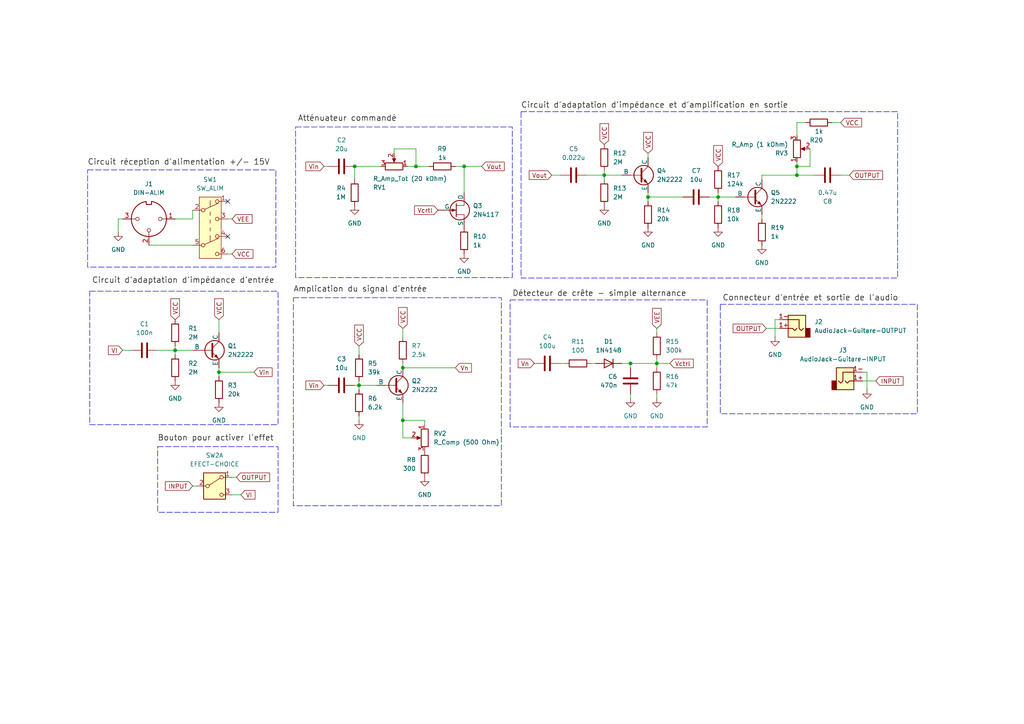
<source format=kicad_sch>
(kicad_sch (version 20250114) (generator "eeschema") (generator_version "9.0")
  (paper "A4")
  (title_block (title "Pédale de Compression de Guitare"))
  (lib_symbols
    (symbol "AudioJack2_1"
      (property "Reference" "J1" (at -0.635 8.89 0))
      (property "Value" "AudioJack-Guitare-INPUT" (at -0.635 6.35 0))
      (symbol "AudioJack2_1_0_1"
        (rectangle (start -3.81 0) (end -2.54 -2.54) (stroke (width 0.254)) (fill (type outline)))
        (rectangle (start -2.54 3.81) (end 2.54 -2.54) (stroke (width 0.254)) (fill (type background)))
        (polyline (pts (xy 0 0) (xy 0.635 -0.635) (xy 1.27 0) (xy 2.54 0)) (stroke (width 0.254)))
        (polyline (pts (xy 2.54 2.54) (xy -0.635 2.54) (xy -0.635 0) (xy -1.27 -0.635) (xy -1.905 0)) (stroke (width 0.254)))
      )
      (symbol "AudioJack2_1_1_1"
        (pin passive line (at 5.08 2.54 180) (length 2.54) (name "~") (number "1-"))
        (pin passive line (at 5.08 0 180) (length 2.54) (name "~") (number "1+"))
      )
    )
    (symbol "Connector:DIN-3" (pin_names (offset 1.016))
      (property "Reference" "J" (at 3.302 6.35 0))
      (property "Value" "DIN-3" (at 0 -6.35 0))
      (symbol "DIN-3_0_1"
        (polyline (pts (xy -3.81 0) (xy -5.08 0)))
        (circle (center -3.302 0) (radius 0.508))
        (polyline (pts (xy -0.762 -4.953) (xy -0.762 -4.191) (xy 0.762 -4.191) (xy 0.762 -4.953)) (stroke (width 0.254)))
        (arc (start 5.08 0) (mid 3.8673 -3.3444) (end 0.762 -5.08) (stroke (width 0.254)))
        (polyline (pts (xy 0 3.81) (xy 0 5.08)))
        (circle (center 0 3.302) (radius 0.508))
        (arc (start -5.08 0) (mid 0 5.0579) (end 5.08 0) (stroke (width 0.254)))
        (arc (start -0.762 -5.08) (mid -3.8597 -3.3379) (end -5.08 0) (stroke (width 0.254)))
        (circle (center 3.302 0) (radius 0.508))
        (polyline (pts (xy 5.08 0) (xy 3.81 0)))
      )
      (symbol "DIN-3_1_1"
        (pin passive line (at -7.62 0 0) (length 2.54) (name "~") (number "1"))
        (pin passive line (at 0 7.62 270) (length 2.54) (name "~") (number "2"))
        (pin passive line (at 7.62 0 180) (length 2.54) (name "~") (number "3"))
      )
    )
    (symbol "Connector_Audio:AudioJack2"
      (property "Reference" "J3" (at -5.08 1.9051 0))
      (property "Value" "AudioJack-Guitare-OUTPUT" (at -5.08 -0.6349 0))
      (symbol "AudioJack2_0_1"
        (rectangle (start -3.81 0) (end -2.54 -2.54) (stroke (width 0.254)) (fill (type outline)))
        (rectangle (start -2.54 3.81) (end 2.54 -2.54) (stroke (width 0.254)) (fill (type background)))
        (polyline (pts (xy 0 0) (xy 0.635 -0.635) (xy 1.27 0) (xy 2.54 0)) (stroke (width 0.254)))
        (polyline (pts (xy 2.54 2.54) (xy -0.635 2.54) (xy -0.635 0) (xy -1.27 -0.635) (xy -1.905 0)) (stroke (width 0.254)))
      )
      (symbol "AudioJack2_1_1"
        (pin passive line (at 5.08 2.54 180) (length 2.54) (name "~") (number "1-"))
        (pin passive line (at 5.08 0 180) (length 2.54) (name "~") (number "1+"))
      )
    )
    (symbol "Device:C" (pin_numbers (hide yes)) (pin_names (offset 0.254))
      (property "Reference" "C" (at 0.635 2.54 0))
      (property "Value" "C" (at 0.635 -2.54 0))
      (symbol "C_0_1"
        (polyline (pts (xy -2.032 0.762) (xy 2.032 0.762)) (stroke (width 0.508)))
        (polyline (pts (xy -2.032 -0.762) (xy 2.032 -0.762)) (stroke (width 0.508)))
      )
      (symbol "C_1_1"
        (pin passive line (at 0 3.81 270) (length 2.794) (name "~") (number "1"))
        (pin passive line (at 0 -3.81 90) (length 2.794) (name "~") (number "2"))
      )
    )
    (symbol "Device:D" (pin_numbers (hide yes)) (pin_names (offset 1.016) (hide yes))
      (property "Reference" "D" (at 0 2.54 0))
      (property "Value" "D" (at 0 -2.54 0))
      (symbol "D_0_1"
        (polyline (pts (xy -1.27 1.27) (xy -1.27 -1.27)) (stroke (width 0.254)))
        (polyline (pts (xy 1.27 1.27) (xy 1.27 -1.27) (xy -1.27 0) (xy 1.27 1.27)) (stroke (width 0.254)))
        (polyline (pts (xy 1.27 0) (xy -1.27 0)))
      )
      (symbol "D_1_1"
        (pin passive line (at -3.81 0 0) (length 2.54) (name "K") (number "1"))
        (pin passive line (at 3.81 0 180) (length 2.54) (name "A") (number "2"))
      )
    )
    (symbol "Device:R" (pin_numbers (hide yes)) (pin_names (offset 0))
      (property "Reference" "R" (at 2.032 0 90))
      (property "Value" "R" (at 0 0 90))
      (symbol "R_0_1"
        (rectangle (start -1.016 -2.54) (end 1.016 2.54) (stroke (width 0.254)))
      )
      (symbol "R_1_1"
        (pin passive line (at 0 3.81 270) (length 1.27) (name "~") (number "1"))
        (pin passive line (at 0 -3.81 90) (length 1.27) (name "~") (number "2"))
      )
    )
    (symbol "Device:R_Potentiometer" (pin_names (offset 1.016) (hide yes))
      (property "Reference" "RV" (at -4.445 0 90))
      (property "Value" "R_Potentiometer" (at -2.54 0 90))
      (symbol "R_Potentiometer_0_1"
        (rectangle (start 1.016 2.54) (end -1.016 -2.54) (stroke (width 0.254)))
        (polyline (pts (xy 1.143 0) (xy 2.286 0.508) (xy 2.286 -0.508) (xy 1.143 0)) (fill (type outline)))
        (polyline (pts (xy 2.54 0) (xy 1.524 0)))
      )
      (symbol "R_Potentiometer_1_1"
        (pin passive line (at 0 3.81 270) (length 1.27) (name "1") (number "1"))
        (pin passive line (at 0 -3.81 90) (length 1.27) (name "3") (number "3"))
        (pin passive line (at 3.81 0 180) (length 1.27) (name "2") (number "2"))
      )
    )
    (symbol "Simulation_SPICE:NJFET" (pin_numbers (hide yes)) (pin_names (offset 0))
      (property "Reference" "Q" (at 5.08 1.27 0))
      (property "Value" "NJFET" (at 5.08 -1.27 0))
      (symbol "NJFET_0_1"
        (polyline (pts (xy 0 0) (xy -1.016 0.381) (xy -1.016 -0.381) (xy 0 0)) (fill (type outline)))
        (polyline (pts (xy 0.254 1.905) (xy 0.254 -1.905) (xy 0.254 -1.905)) (stroke (width 0.254)))
        (circle (center 1.27 0) (radius 2.8194) (stroke (width 0.254)))
        (polyline (pts (xy 2.54 2.54) (xy 2.54 1.397) (xy 0.254 1.397)))
        (polyline (pts (xy 2.54 -2.54) (xy 2.54 -1.27) (xy 0.254 -1.27)))
      )
      (symbol "NJFET_1_1"
        (pin input line (at -5.08 0 0) (length 5.334) (name "G") (number "2"))
        (pin passive line (at 2.54 5.08 270) (length 2.54) (name "D") (number "1"))
        (pin passive line (at 2.54 -5.08 90) (length 2.54) (name "S") (number "3"))
      )
    )
    (symbol "Simulation_SPICE:NPN" (pin_numbers (hide yes)) (pin_names (offset 0))
      (property "Reference" "Q" (at -2.54 7.62 0))
      (property "Value" "NPN" (at -2.54 5.08 0))
      (symbol "NPN_0_1"
        (polyline (pts (xy -2.54 0) (xy 0.635 0)) (stroke (width 0.1524)))
        (polyline (pts (xy 0.635 1.905) (xy 0.635 -1.905) (xy 0.635 -1.905)) (stroke (width 0.508)))
        (polyline (pts (xy 0.635 0.635) (xy 2.54 2.54)))
        (polyline (pts (xy 0.635 -0.635) (xy 2.54 -2.54) (xy 2.54 -2.54)))
        (circle (center 1.27 0) (radius 2.8194) (stroke (width 0.254)))
        (polyline (pts (xy 1.27 -1.778) (xy 1.778 -1.27) (xy 2.286 -2.286) (xy 1.27 -1.778) (xy 1.27 -1.778)) (fill (type outline)))
        (polyline (pts (xy 2.794 -1.27) (xy 2.794 -1.27)) (stroke (width 0.1524)))
        (polyline (pts (xy 2.794 -1.27) (xy 2.794 -1.27)) (stroke (width 0.1524)))
      )
      (symbol "NPN_1_1"
        (pin input line (at -5.08 0 0) (length 2.54) (name "B") (number "2"))
        (pin open_collector line (at 2.54 5.08 270) (length 2.54) (name "C") (number "1"))
        (pin open_emitter line (at 2.54 -5.08 90) (length 2.54) (name "E") (number "3"))
      )
    )
    (symbol "Switch:SW_DPDT_x2" (pin_names (offset 0) (hide yes))
      (property "Reference" "SW" (at 0 5.08 0))
      (property "Value" "SW_DPDT_x2" (at 0 -5.08 0))
      (symbol "SW_DPDT_x2_0_0"
        (circle (center -2.032 0) (radius 0.508))
        (circle (center 2.032 -2.54) (radius 0.508))
      )
      (symbol "SW_DPDT_x2_0_1"
        (rectangle (start -3.175 3.81) (end 3.175 -3.81) (stroke (width 0.254)) (fill (type background)))
        (polyline (pts (xy -1.524 0.254) (xy 1.5748 2.286)))
        (circle (center 2.032 2.54) (radius 0.508))
      )
      (symbol "SW_DPDT_x2_1_1"
        (pin passive line (at -5.08 0 0) (length 2.54) (name "B") (number "2"))
        (pin passive line (at 5.08 2.54 180) (length 2.54) (name "A") (number "1"))
        (pin passive line (at 5.08 -2.54 180) (length 2.54) (name "C") (number "3"))
      )
      (symbol "SW_DPDT_x2_2_1"
        (pin passive line (at -5.08 0 0) (length 2.54) (name "B") (number "5"))
        (pin passive line (at 5.08 2.54 180) (length 2.54) (name "A") (number "4"))
        (pin passive line (at 5.08 -2.54 180) (length 2.54) (name "C") (number "6"))
      )
    )
    (symbol "Switch:SW_Push_DPDT" (pin_names (offset 0) (hide yes))
      (property "Reference" "SW" (at 0 10.16 0))
      (property "Value" "SW_Push_DPDT" (at 0 -10.16 0))
      (symbol "SW_Push_DPDT_0_0"
        (circle (center -2.032 5.08) (radius 0.508))
        (circle (center -2.032 -5.08) (radius 0.508))
        (circle (center 2.032 2.54) (radius 0.508))
        (circle (center 2.032 -7.62) (radius 0.508))
      )
      (symbol "SW_Push_DPDT_0_1"
        (polyline (pts (xy -1.524 5.334) (xy 2.3368 7.0612)))
        (polyline (pts (xy -1.524 -4.826) (xy 2.3368 -3.0988)))
        (polyline (pts (xy 0 7.874) (xy 0 6.096)))
        (polyline (pts (xy 0 3.556) (xy 0 4.572)))
        (polyline (pts (xy 0 1.27) (xy 0 2.286)))
        (polyline (pts (xy 0 -1.016) (xy 0 0)))
        (polyline (pts (xy 0 -2.286) (xy 0 -4.064)))
        (circle (center 2.032 7.62) (radius 0.508))
        (circle (center 2.032 -2.54) (radius 0.508))
      )
      (symbol "SW_Push_DPDT_1_1"
        (rectangle (start -3.175 8.89) (end 3.175 -8.89) (fill (type background)))
        (pin passive line (at -5.08 5.08 0) (length 2.54) (name "B") (number "2"))
        (pin passive line (at -5.08 -5.08 0) (length 2.54) (name "B") (number "5"))
        (pin passive line (at 5.08 7.62 180) (length 2.54) (name "A") (number "1"))
        (pin passive line (at 5.08 2.54 180) (length 2.54) (name "C") (number "3"))
        (pin passive line (at 5.08 -2.54 180) (length 2.54) (name "A") (number "4"))
        (pin passive line (at 5.08 -7.62 180) (length 2.54) (name "C") (number "6"))
      )
    )
    (symbol "power:GND" (power) (pin_numbers (hide yes)) (pin_names (offset 0) (hide yes))
      (property "Value" "GND" (at 0 -3.81 0))
      (symbol "GND_0_1"
        (polyline (pts (xy 0 0) (xy 0 -1.27) (xy 1.27 -1.27) (xy 0 -2.54) (xy -1.27 -1.27) (xy 0 -1.27)))
      )
      (symbol "GND_1_1"
        (pin power_in line (at 0 0 270) (length 0) (name "~") (number "1"))
      )
    )
  )
  (rectangle (start 208.915 88.265) (end 266.065 120.015) (stroke (width 0) (type dash)))
  (rectangle (start 85.09 86.36) (end 145.415 146.685) (stroke (width 0) (type dash)))
  (rectangle (start 85.725 36.83) (end 148.59 80.518) (stroke (width 0) (type dash)))
  (rectangle (start 147.955 86.995) (end 205.105 123.825) (stroke (width 0) (type dash)))
  (rectangle (start 26.035 84.455) (end 80.645 123.19) (stroke (width 0) (type dash)))
  (rectangle (start 45.72 129.54) (end 80.645 148.59) (stroke (width 0) (type dash)))
  (rectangle (start 151.13 32.385) (end 260.35 80.645) (stroke (width 0) (type dash)))
  (rectangle (start 25.4 49.276) (end 80.01 77.47) (stroke (width 0) (type dash)))
  (junction (at 116.84 121.92))
  (junction (at 187.96 57.15))
  (junction (at 231.14 50.8))
  (junction (at 63.5 107.95))
  (junction (at 50.8 101.6))
  (junction (at 104.14 111.76))
  (junction (at 190.5 105.41))
  (junction (at 231.14 48.26))
  (junction (at 182.88 105.41))
  (junction (at 134.62 48.26))
  (junction (at 175.26 50.8))
  (junction (at 120.65 48.26))
  (junction (at 116.84 106.68))
  (junction (at 102.87 48.26))
  (junction (at 208.28 57.15))
  (no_connect (at 66.04 58.42))
  (no_connect (at 66.04 68.58))
  (wire (pts (xy 241.3 35.56) (xy 243.84 35.56)))
  (wire (pts (xy 68.58 138.43) (xy 67.31 138.43)))
  (wire (pts (xy 163.83 105.41) (xy 162.56 105.41)))
  (wire (pts (xy 55.88 63.5) (xy 55.88 60.96)))
  (wire (pts (xy 34.29 63.5) (xy 35.56 63.5)))
  (wire (pts (xy 116.84 116.84) (xy 116.84 121.92)))
  (wire (pts (xy 180.34 105.41) (xy 182.88 105.41)))
  (wire (pts (xy 132.08 48.26) (xy 134.62 48.26)))
  (wire (pts (xy 220.98 50.8) (xy 220.98 52.07)))
  (wire (pts (xy 104.14 111.76) (xy 109.22 111.76)))
  (wire (pts (xy 226.06 92.71) (xy 224.79 92.71)))
  (wire (pts (xy 205.74 57.15) (xy 208.28 57.15)))
  (wire (pts (xy 170.18 50.8) (xy 175.26 50.8)))
  (wire (pts (xy 220.98 50.8) (xy 231.14 50.8)))
  (wire (pts (xy 251.46 113.03) (xy 251.46 107.95)))
  (wire (pts (xy 104.14 120.65) (xy 104.14 121.92)))
  (wire (pts (xy 160.02 50.8) (xy 162.56 50.8)))
  (wire (pts (xy 120.65 43.18) (xy 120.65 48.26)))
  (wire (pts (xy 182.88 105.41) (xy 190.5 105.41)))
  (wire (pts (xy 66.04 63.5) (xy 67.31 63.5)))
  (wire (pts (xy 187.96 57.15) (xy 198.12 57.15)))
  (wire (pts (xy 208.28 57.15) (xy 208.28 58.42)))
  (wire (pts (xy 104.14 111.76) (xy 104.14 110.49)))
  (wire (pts (xy 63.5 107.95) (xy 73.66 107.95)))
  (wire (pts (xy 35.56 101.6) (xy 38.1 101.6)))
  (wire (pts (xy 50.8 101.6) (xy 50.8 102.87)))
  (wire (pts (xy 226.06 95.25) (xy 222.25 95.25)))
  (wire (pts (xy 102.87 111.76) (xy 104.14 111.76)))
  (wire (pts (xy 116.84 105.41) (xy 116.84 106.68)))
  (wire (pts (xy 175.26 50.8) (xy 180.34 50.8)))
  (wire (pts (xy 50.8 101.6) (xy 55.88 101.6)))
  (wire (pts (xy 118.11 48.26) (xy 120.65 48.26)))
  (wire (pts (xy 50.8 63.5) (xy 55.88 63.5)))
  (wire (pts (xy 250.19 107.95) (xy 251.46 107.95)))
  (wire (pts (xy 231.14 50.8) (xy 231.14 48.26)))
  (wire (pts (xy 34.29 67.31) (xy 34.29 63.5)))
  (wire (pts (xy 67.31 73.66) (xy 66.04 73.66)))
  (wire (pts (xy 187.96 58.42) (xy 187.96 57.15)))
  (wire (pts (xy 187.96 44.45) (xy 187.96 45.72)))
  (wire (pts (xy 190.5 104.14) (xy 190.5 105.41)))
  (wire (pts (xy 234.95 48.26) (xy 234.95 43.18)))
  (wire (pts (xy 243.84 50.8) (xy 246.38 50.8)))
  (wire (pts (xy 116.84 95.25) (xy 116.84 97.79)))
  (wire (pts (xy 102.87 52.07) (xy 102.87 48.26)))
  (wire (pts (xy 134.62 48.26) (xy 134.62 55.88)))
  (wire (pts (xy 250.19 110.49) (xy 254 110.49)))
  (wire (pts (xy 116.84 106.68) (xy 132.08 106.68)))
  (wire (pts (xy 69.85 143.51) (xy 67.31 143.51)))
  (wire (pts (xy 63.5 107.95) (xy 63.5 106.68)))
  (wire (pts (xy 190.5 105.41) (xy 190.5 106.68)))
  (wire (pts (xy 104.14 111.76) (xy 104.14 113.03)))
  (wire (pts (xy 208.28 55.88) (xy 208.28 57.15)))
  (wire (pts (xy 190.5 114.3) (xy 190.5 115.57)))
  (wire (pts (xy 175.26 49.53) (xy 175.26 50.8)))
  (wire (pts (xy 182.88 114.3) (xy 182.88 115.57)))
  (wire (pts (xy 114.3 44.45) (xy 114.3 43.18)))
  (wire (pts (xy 220.98 62.23) (xy 220.98 63.5)))
  (wire (pts (xy 187.96 57.15) (xy 187.96 55.88)))
  (wire (pts (xy 116.84 121.92) (xy 123.19 121.92)))
  (wire (pts (xy 104.14 100.33) (xy 104.14 102.87)))
  (wire (pts (xy 231.14 35.56) (xy 231.14 39.37)))
  (wire (pts (xy 231.14 48.26) (xy 234.95 48.26)))
  (wire (pts (xy 45.72 101.6) (xy 50.8 101.6)))
  (wire (pts (xy 208.28 57.15) (xy 213.36 57.15)))
  (wire (pts (xy 102.87 48.26) (xy 110.49 48.26)))
  (wire (pts (xy 231.14 48.26) (xy 231.14 46.99)))
  (wire (pts (xy 123.19 123.19) (xy 123.19 121.92)))
  (wire (pts (xy 116.84 121.92) (xy 116.84 127)))
  (wire (pts (xy 55.88 140.97) (xy 57.15 140.97)))
  (wire (pts (xy 93.98 48.26) (xy 95.25 48.26)))
  (wire (pts (xy 190.5 105.41) (xy 194.31 105.41)))
  (wire (pts (xy 134.62 48.26) (xy 139.7 48.26)))
  (wire (pts (xy 63.5 92.71) (xy 63.5 96.52)))
  (wire (pts (xy 63.5 109.22) (xy 63.5 107.95)))
  (wire (pts (xy 93.98 111.76) (xy 95.25 111.76)))
  (wire (pts (xy 171.45 105.41) (xy 172.72 105.41)))
  (wire (pts (xy 233.68 35.56) (xy 231.14 35.56)))
  (wire (pts (xy 190.5 95.25) (xy 190.5 96.52)))
  (wire (pts (xy 43.18 71.12) (xy 55.88 71.12)))
  (wire (pts (xy 231.14 50.8) (xy 236.22 50.8)))
  (wire (pts (xy 224.79 97.79) (xy 224.79 92.71)))
  (wire (pts (xy 175.26 50.8) (xy 175.26 52.07)))
  (wire (pts (xy 116.84 127) (xy 119.38 127)))
  (wire (pts (xy 182.88 105.41) (xy 182.88 106.68)))
  (wire (pts (xy 120.65 48.26) (xy 124.46 48.26)))
  (wire (pts (xy 50.8 100.33) (xy 50.8 101.6)))
  (wire (pts (xy 114.3 43.18) (xy 120.65 43.18)))
  (label "Amplication du signal d'entrée" (at 85.09 85.09 0) (effects (font (size 1.651 1.651) (thickness 0.1588) (bold yes))))
  (label "Circuit d'adaptation d'impédance et d'amplification en sortie" (at 151.13 31.75 0) (effects (font (size 1.651 1.651) (thickness 0.1588) (bold yes))))
  (label "Connecteur d'entrée et sortie de l'audio" (at 209.55 87.63 0) (effects (font (size 1.651 1.651) (thickness 0.1588) (bold yes))))
  (label "Circuit réception d'alimentation +{slash}- 15V" (at 25.4 48.26 0) (effects (font (size 1.651 1.651) (thickness 0.1588) (bold yes))))
  (label "Atténuateur commandé" (at 86.36 35.56 0) (effects (font (size 1.651 1.651) (thickness 0.1588) (bold yes))))
  (label "Détecteur de crête - simple alternance" (at 148.59 86.36 0) (effects (font (size 1.651 1.651) (thickness 0.1588) (bold yes))))
  (label "Bouton pour activer l'effet" (at 45.72 128.27 0) (effects (font (size 1.651 1.651) (thickness 0.1588) (bold yes))))
  (label "Circuit d’adaptation d’impédance d’entrée" (at 26.67 82.55 0) (effects (font (size 1.651 1.651) (thickness 0.1588) (bold yes))))
  (global_label "VCC" (shape input) (at 175.26 41.91 90) (property "Intersheetrefs" "${INTERSHEET_REFS}" (effects (hide yes))))
  (global_label "Vout" (shape input) (at 139.7 48.26 0) (property "Intersheetrefs" "${INTERSHEET_REFS}" (effects (hide yes))))
  (global_label "Vin" (shape input) (at 93.98 48.26 180) (property "Intersheetrefs" "${INTERSHEET_REFS}" (effects (hide yes))))
  (global_label "INPUT" (shape input) (at 55.88 140.97 180) (property "Intersheetrefs" "${INTERSHEET_REFS}" (effects (hide yes))))
  (global_label "VCC" (shape input) (at 116.84 95.25 90) (property "Intersheetrefs" "${INTERSHEET_REFS}" (effects (hide yes))))
  (global_label "VCC" (shape input) (at 104.14 100.33 90) (property "Intersheetrefs" "${INTERSHEET_REFS}" (effects (hide yes))))
  (global_label "Vcrtl" (shape input) (at 127 60.96 180) (property "Intersheetrefs" "${INTERSHEET_REFS}" (effects (hide yes))))
  (global_label "VEE" (shape input) (at 67.31 63.5 0) (effects (font (thickness 0.1588))) (property "Intersheetrefs" "${INTERSHEET_REFS}" (effects (hide yes))))
  (global_label "VCC" (shape input) (at 208.28 48.26 90) (property "Intersheetrefs" "${INTERSHEET_REFS}" (effects (hide yes))))
  (global_label "Vn" (shape input) (at 132.08 106.68 0) (property "Intersheetrefs" "${INTERSHEET_REFS}" (effects (hide yes))))
  (global_label "OUTPUT" (shape input) (at 222.25 95.25 180) (property "Intersheetrefs" "${INTERSHEET_REFS}" (effects (hide yes))))
  (global_label "VI" (shape input) (at 69.85 143.51 0) (property "Intersheetrefs" "${INTERSHEET_REFS}" (effects (hide yes))))
  (global_label "VI" (shape input) (at 35.56 101.6 180) (property "Intersheetrefs" "${INTERSHEET_REFS}" (effects (hide yes))))
  (global_label "OUTPUT" (shape input) (at 246.38 50.8 0) (property "Intersheetrefs" "${INTERSHEET_REFS}" (effects (hide yes))))
  (global_label "Vin" (shape input) (at 73.66 107.95 0) (property "Intersheetrefs" "${INTERSHEET_REFS}" (effects (hide yes))))
  (global_label "VEE" (shape input) (at 190.5 95.25 90) (property "Intersheetrefs" "${INTERSHEET_REFS}" (effects (hide yes))))
  (global_label "VCC" (shape input) (at 243.84 35.56 0) (property "Intersheetrefs" "${INTERSHEET_REFS}" (effects (hide yes))))
  (global_label "Vout" (shape input) (at 160.02 50.8 180) (property "Intersheetrefs" "${INTERSHEET_REFS}" (effects (hide yes))))
  (global_label "INPUT" (shape input) (at 254 110.49 0) (property "Intersheetrefs" "${INTERSHEET_REFS}" (effects (hide yes))))
  (global_label "Vn" (shape input) (at 154.94 105.41 180) (property "Intersheetrefs" "${INTERSHEET_REFS}" (effects (hide yes))))
  (global_label "VCC" (shape input) (at 50.8 92.71 90) (property "Intersheetrefs" "${INTERSHEET_REFS}" (effects (hide yes))))
  (global_label "VCC" (shape input) (at 63.5 92.71 90) (property "Intersheetrefs" "${INTERSHEET_REFS}" (effects (hide yes))))
  (global_label "VCC" (shape input) (at 67.31 73.66 0) (property "Intersheetrefs" "${INTERSHEET_REFS}" (effects (hide yes))))
  (global_label "Vin" (shape input) (at 93.98 111.76 180) (property "Intersheetrefs" "${INTERSHEET_REFS}" (effects (hide yes))))
  (global_label "Vctrl" (shape input) (at 194.31 105.41 0) (property "Intersheetrefs" "${INTERSHEET_REFS}" (effects (hide yes))))
  (global_label "VCC" (shape input) (at 187.96 44.45 90) (property "Intersheetrefs" "${INTERSHEET_REFS}" (effects (hide yes))))
  (global_label "OUTPUT" (shape input) (at 68.58 138.43 0) (property "Intersheetrefs" "${INTERSHEET_REFS}" (effects (hide yes))))
  (symbol (lib_id "Device:R") (at 175.26 45.72 0) (unit 1)
    (property "Reference" "R12" (at 177.8 44.4499 0) (effects (justify left)))
    (property "Value" "2M" (at 177.8 46.9899 0) (effects (justify left)))
    (property "Footprint" "Resistor_THT:R_Axial_DIN0207_L6.3mm_D2.5mm_P7.62mm_Horizontal" (effects (hide yes)))
    (property "Description" "Resistor" (effects (hide yes)))
  )
  (symbol (lib_id "power:GND") (at 63.5 116.84 0) (unit 1)
    (property "Reference" "#PWR03" (effects (hide yes)))
    (property "Value" "GND" (at 63.5 121.92 0))
    (property "Description" "Power symbol creates a global label with name \"GND\" , ground" (effects (hide yes)))
  )
  (symbol (lib_id "Device:R") (at 208.28 52.07 0) (unit 1)
    (property "Reference" "R17" (at 210.82 50.7999 0) (effects (justify left)))
    (property "Value" "124k" (at 210.82 53.3399 0) (effects (justify left)))
    (property "Footprint" "Resistor_THT:R_Axial_DIN0207_L6.3mm_D2.5mm_P7.62mm_Horizontal" (effects (hide yes)))
    (property "Description" "Resistor" (effects (hide yes)))
  )
  (symbol (lib_id "Device:R") (at 104.14 116.84 0) (unit 1)
    (property "Reference" "R6" (at 106.68 115.5699 0) (effects (justify left)))
    (property "Value" "6.2k" (at 106.68 118.1099 0) (effects (justify left)))
    (property "Footprint" "Resistor_THT:R_Axial_DIN0207_L6.3mm_D2.5mm_P7.62mm_Horizontal" (effects (hide yes)))
    (property "Description" "Resistor" (effects (hide yes)))
  )
  (symbol (lib_id "Device:R") (at 116.84 101.6 0) (unit 1)
    (property "Reference" "R7" (at 119.38 100.3299 0) (effects (justify left)))
    (property "Value" "2.5k" (at 119.38 102.8699 0) (effects (justify left)))
    (property "Footprint" "Resistor_THT:R_Axial_DIN0207_L6.3mm_D2.5mm_P7.62mm_Horizontal" (effects (hide yes)))
    (property "Description" "Resistor" (effects (hide yes)))
  )
  (symbol (lib_id "Device:R") (at 167.64 105.41 90) (unit 1)
    (property "Reference" "R11" (at 167.64 99.06 90))
    (property "Value" "100" (at 167.64 101.6 90))
    (property "Footprint" "Resistor_THT:R_Axial_DIN0207_L6.3mm_D2.5mm_P7.62mm_Horizontal" (effects (hide yes)))
    (property "Description" "Resistor" (effects (hide yes)))
  )
  (symbol (lib_id "Device:R") (at 128.27 48.26 270) (mirror x) (unit 1)
    (property "Reference" "R9" (at 129.54 43.1799 90) (effects (justify right)))
    (property "Value" "1k" (at 129.54 45.7199 90) (effects (justify right)))
    (property "Footprint" "Resistor_THT:R_Axial_DIN0207_L6.3mm_D2.5mm_P7.62mm_Horizontal" (effects (hide yes)))
    (property "Description" "Resistor" (effects (hide yes)))
  )
  (symbol (lib_id "Device:R") (at 187.96 62.23 0) (unit 1)
    (property "Reference" "R14" (at 190.5 60.9599 0) (effects (justify left)))
    (property "Value" "20k" (at 190.5 63.4999 0) (effects (justify left)))
    (property "Footprint" "Resistor_THT:R_Axial_DIN0207_L6.3mm_D2.5mm_P7.62mm_Horizontal" (effects (hide yes)))
    (property "Description" "Resistor" (effects (hide yes)))
  )
  (symbol (lib_id "Device:R") (at 190.5 100.33 0) (unit 1)
    (property "Reference" "R15" (at 193.04 99.0599 0) (effects (justify left)))
    (property "Value" "300k" (at 193.04 101.5999 0) (effects (justify left)))
    (property "Footprint" "Resistor_THT:R_Axial_DIN0207_L6.3mm_D2.5mm_P7.62mm_Horizontal" (effects (hide yes)))
    (property "Description" "Resistor" (effects (hide yes)))
  )
  (symbol (lib_id "Simulation_SPICE:NPN") (at 185.42 50.8 0) (unit 1)
    (property "Reference" "Q4" (at 190.5 49.5299 0) (effects (justify left)))
    (property "Value" "2N2222" (at 190.5 52.0699 0) (effects (justify left)))
    (property "Footprint" "Package_TO_SOT_THT:TO-92_Inline" (effects (hide yes)))
    (property "Datasheet" "https://ngspice.sourceforge.io/docs/ngspice-html-manual/manual.xhtml#cha_BJTs" (effects (hide yes)))
    (property "Description" "Bipolar transistor symbol for simulation only, substrate tied to the emitter" (effects (hide yes)))
    (property "Sim.Device" "NPN" (effects (hide yes)))
    (property "Sim.Type" "GUMMELPOON" (effects (hide yes)))
    (property "Sim.Pins" "1=C 2=B 3=E" (effects (hide yes)))
  )
  (symbol (lib_id "Simulation_SPICE:NJFET") (at 132.08 60.96 0) (unit 1)
    (property "Reference" "Q3" (at 137.16 59.6899 0) (effects (justify left)))
    (property "Value" "2N4117" (at 137.16 62.2299 0) (effects (justify left)))
    (property "Footprint" "Package_TO_SOT_THT:TO-92_Inline" (effects (hide yes)))
    (property "Datasheet" "https://ngspice.sourceforge.io/docs/ngspice-html-manual/manual.xhtml#cha_JFETs" (effects (hide yes)))
    (property "Description" "N-JFET transistor, for simulation only" (effects (hide yes)))
    (property "Sim.Device" "NJFET" (effects (hide yes)))
    (property "Sim.Type" "SHICHMANHODGES" (effects (hide yes)))
    (property "Sim.Pins" "1=D 2=G 3=S" (effects (hide yes)))
  )
  (symbol (lib_id "power:GND") (at 182.88 115.57 0) (unit 1)
    (property "Reference" "#PWR011" (effects (hide yes)))
    (property "Value" "GND" (at 182.88 120.65 0))
    (property "Description" "Power symbol creates a global label with name \"GND\" , ground" (effects (hide yes)))
  )
  (symbol (lib_id "Device:R") (at 237.49 35.56 270) (unit 1)
    (property "Reference" "R20" (at 238.76 40.6401 90) (effects (justify right)))
    (property "Value" "1k" (at 238.76 38.1001 90) (effects (justify right)))
    (property "Footprint" "Resistor_THT:R_Axial_DIN0207_L6.3mm_D2.5mm_P7.62mm_Horizontal" (effects (hide yes)))
    (property "Description" "Resistor" (effects (hide yes)))
  )
  (symbol (lib_id "Device:C") (at 99.06 111.76 90) (unit 1)
    (property "Reference" "C3" (at 99.06 104.14 90))
    (property "Value" "10u" (at 99.06 106.68 90))
    (property "Footprint" "Capacitor_THT:CP_Radial_D6.3mm_P2.50mm" (effects (hide yes)))
    (property "Description" "Unpolarized capacitor" (effects (hide yes)))
  )
  (symbol (lib_id "Simulation_SPICE:NPN") (at 60.96 101.6 0) (unit 1)
    (property "Reference" "Q1" (at 66.04 100.3299 0) (effects (justify left)))
    (property "Value" "2N2222" (at 66.04 102.8699 0) (effects (justify left)))
    (property "Footprint" "Package_TO_SOT_THT:TO-92_Inline" (effects (hide yes)))
    (property "Datasheet" "https://ngspice.sourceforge.io/docs/ngspice-html-manual/manual.xhtml#cha_BJTs" (effects (hide yes)))
    (property "Description" "Bipolar transistor symbol for simulation only, substrate tied to the emitter" (effects (hide yes)))
    (property "Sim.Device" "NPN" (effects (hide yes)))
    (property "Sim.Type" "GUMMELPOON" (effects (hide yes)))
    (property "Sim.Pins" "1=C 2=B 3=E" (effects (hide yes)))
  )
  (symbol (lib_id "Device:C") (at 158.75 105.41 270) (unit 1)
    (property "Reference" "C4" (at 158.75 97.79 90))
    (property "Value" "100u" (at 158.75 100.33 90))
    (property "Footprint" "Capacitor_THT:CP_Radial_D6.3mm_P2.50mm" (effects (hide yes)))
    (property "Description" "Unpolarized capacitor" (effects (hide yes)))
  )
  (symbol (lib_id "power:GND") (at 220.98 71.12 0) (unit 1)
    (property "Reference" "#PWR015" (effects (hide yes)))
    (property "Value" "GND" (at 220.98 76.2 0))
    (property "Description" "Power symbol creates a global label with name \"GND\" , ground" (effects (hide yes)))
  )
  (symbol (lib_id "Device:R") (at 123.19 134.62 0) (mirror y) (unit 1)
    (property "Reference" "R8" (at 120.65 133.3499 0) (effects (justify left)))
    (property "Value" "300" (at 120.65 135.8899 0) (effects (justify left)))
    (property "Footprint" "Resistor_THT:R_Axial_DIN0207_L6.3mm_D2.5mm_P7.62mm_Horizontal" (effects (hide yes)))
    (property "Description" "Resistor" (effects (hide yes)))
  )
  (symbol (lib_id "Device:R") (at 208.28 62.23 0) (unit 1)
    (property "Reference" "R18" (at 210.82 60.9599 0) (effects (justify left)))
    (property "Value" "10k" (at 210.82 63.4999 0) (effects (justify left)))
    (property "Footprint" "Resistor_THT:R_Axial_DIN0207_L6.3mm_D2.5mm_P7.62mm_Horizontal" (effects (hide yes)))
    (property "Description" "Resistor" (effects (hide yes)))
  )
  (symbol (lib_id "power:GND") (at 251.46 113.03 0) (unit 1)
    (property "Reference" "#PWR08" (effects (hide yes)))
    (property "Value" "GND" (at 251.46 118.11 0))
    (property "Description" "Power symbol creates a global label with name \"GND\" , ground" (effects (hide yes)))
  )
  (symbol (lib_id "Device:R") (at 134.62 69.85 0) (unit 1)
    (property "Reference" "R10" (at 137.16 68.5799 0) (effects (justify left)))
    (property "Value" "1k" (at 137.16 71.1199 0) (effects (justify left)))
    (property "Footprint" "Resistor_THT:R_Axial_DIN0207_L6.3mm_D2.5mm_P7.62mm_Horizontal" (effects (hide yes)))
    (property "Description" "Resistor" (effects (hide yes)))
  )
  (symbol (lib_id "Connector:DIN-3") (at 43.18 63.5 180) (unit 1)
    (property "Reference" "J1" (at 43.1799 53.34 0))
    (property "Value" "DIN-ALIM" (at 43.1799 55.88 0))
    (property "Footprint" "TerminalBlock_Phoenix:TerminalBlock_Phoenix_MKDS-1,5-3_1x03_P5.00mm_Horizontal" (effects (hide yes)))
    (property "Datasheet" "http://www.mouser.com/ds/2/18/40_c091_abd_e-75918.pdf" (effects (hide yes)))
    (property "Description" "3-pin DIN connector" (effects (hide yes)))
  )
  (symbol (lib_id "Connector_Audio:AudioJack2") (at 231.14 95.25 0) (mirror y) (unit 1)
    (property "Reference" "J2" (at 236.22 93.3449 0) (effects (justify right)))
    (property "Value" "AudioJack-Guitare-OUTPUT" (at 236.22 95.8849 0) (effects (justify right)))
    (property "Footprint" "Connector_Audio:Jack_speakON-6.35mm_Neutrik_NLJ2MDXX-H_Horizontal" (effects (hide yes)))
    (property "Description" "Audio Jack, 2 Poles (Mono / TS)" (effects (hide yes)))
  )
  (symbol (lib_id "power:GND") (at 187.96 66.04 0) (unit 1)
    (property "Reference" "#PWR012" (effects (hide yes)))
    (property "Value" "GND" (at 187.96 71.12 0))
    (property "Description" "Power symbol creates a global label with name \"GND\" , ground" (effects (hide yes)))
  )
  (symbol (lib_id "power:GND") (at 50.8 110.49 0) (unit 1)
    (property "Reference" "#PWR02" (effects (hide yes)))
    (property "Value" "GND" (at 50.8 115.57 0))
    (property "Description" "Power symbol creates a global label with name \"GND\" , ground" (effects (hide yes)))
  )
  (symbol (lib_id "Device:R") (at 104.14 106.68 0) (unit 1)
    (property "Reference" "R5" (at 106.68 105.4099 0) (effects (justify left)))
    (property "Value" "39k" (at 106.68 107.9499 0) (effects (justify left)))
    (property "Footprint" "Resistor_THT:R_Axial_DIN0207_L6.3mm_D2.5mm_P7.62mm_Horizontal" (effects (hide yes)))
    (property "Description" "Resistor" (effects (hide yes)))
  )
  (symbol (lib_id "Device:R") (at 50.8 96.52 0) (unit 1)
    (property "Reference" "R1" (at 54.61 95.2499 0) (effects (justify left)))
    (property "Value" "2M" (at 54.61 97.7899 0) (effects (justify left)))
    (property "Footprint" "Resistor_THT:R_Axial_DIN0207_L6.3mm_D2.5mm_P7.62mm_Horizontal" (effects (hide yes)))
    (property "Description" "Resistor" (effects (hide yes)))
  )
  (symbol (lib_id "Switch:SW_DPDT_x2") (at 62.23 140.97 0) (unit 1)
    (property "Reference" "SW2" (at 62.23 132.08 0))
    (property "Value" "EFECT-CHOICE" (at 62.23 134.62 0))
    (property "Footprint" "Connector_PinHeader_2.54mm:PinHeader_1x03_P2.54mm_Vertical" (effects (hide yes)))
    (property "Description" "Switch, dual pole double throw, separate symbols" (effects (hide yes)))
  )
  (symbol (lib_id "Device:R") (at 190.5 110.49 0) (unit 1)
    (property "Reference" "R16" (at 193.04 109.2199 0) (effects (justify left)))
    (property "Value" "47k" (at 193.04 111.7599 0) (effects (justify left)))
    (property "Footprint" "Resistor_THT:R_Axial_DIN0207_L6.3mm_D2.5mm_P7.62mm_Horizontal" (effects (hide yes)))
    (property "Description" "Resistor" (effects (hide yes)))
  )
  (symbol (lib_id "Device:R_Potentiometer") (at 114.3 48.26 270) (mirror x) (unit 1)
    (property "Reference" "RV1" (at 108.204 54.356 90) (effects (justify left)))
    (property "Value" "R_Amp_Tot (20 kOhm)" (at 108.204 51.816 90) (effects (justify left)))
    (property "Footprint" "Connector_PinHeader_2.54mm:PinHeader_1x03_P2.54mm_Vertical" (effects (hide yes)))
    (property "Description" "Potentiometer" (effects (hide yes)))
  )
  (symbol (lib_id "Device:C") (at 99.06 48.26 90) (unit 1)
    (property "Reference" "C2" (at 99.06 40.64 90))
    (property "Value" "20u" (at 99.06 43.18 90))
    (property "Footprint" "Capacitor_THT:CP_Radial_D6.3mm_P2.50mm" (effects (hide yes)))
    (property "Description" "Unpolarized capacitor" (effects (hide yes)))
  )
  (symbol (lib_name "AudioJack2_1") (lib_id "Connector_Audio:AudioJack2") (at 245.11 110.49 0) (unit 1)
    (property "Reference" "J3" (at 244.475 101.6 0))
    (property "Value" "AudioJack-Guitare-INPUT" (at 244.475 104.14 0))
    (property "Footprint" "Connector_Audio:Jack_speakON-6.35mm_Neutrik_NLJ2MDXX-H_Horizontal" (effects (hide yes)))
    (property "Description" "Audio Jack, 2 Poles (Mono / TS)" (effects (hide yes)))
  )
  (symbol (lib_id "Device:R_Potentiometer") (at 231.14 43.18 0) (mirror x) (unit 1)
    (property "Reference" "RV3" (at 228.6 44.4501 0) (effects (justify right)))
    (property "Value" "R_Amp (1 kOhm)" (at 228.6 41.9101 0) (effects (justify right)))
    (property "Footprint" "Connector_PinHeader_2.54mm:PinHeader_1x03_P2.54mm_Vertical" (effects (hide yes)))
    (property "Description" "Potentiometer" (effects (hide yes)))
  )
  (symbol (lib_id "Simulation_SPICE:NPN") (at 218.44 57.15 0) (unit 1)
    (property "Reference" "Q5" (at 223.52 55.8799 0) (effects (justify left)))
    (property "Value" "2N2222" (at 223.52 58.4199 0) (effects (justify left)))
    (property "Footprint" "Package_TO_SOT_THT:TO-92_Inline" (effects (hide yes)))
    (property "Datasheet" "https://ngspice.sourceforge.io/docs/ngspice-html-manual/manual.xhtml#cha_BJTs" (effects (hide yes)))
    (property "Description" "Bipolar transistor symbol for simulation only, substrate tied to the emitter" (effects (hide yes)))
    (property "Sim.Device" "NPN" (effects (hide yes)))
    (property "Sim.Type" "GUMMELPOON" (effects (hide yes)))
    (property "Sim.Pins" "1=C 2=B 3=E" (effects (hide yes)))
  )
  (symbol (lib_id "Device:C") (at 182.88 110.49 0) (mirror y) (unit 1)
    (property "Reference" "C6" (at 179.07 109.2199 0) (effects (justify left)))
    (property "Value" "470n" (at 179.07 111.7599 0) (effects (justify left)))
    (property "Footprint" "Capacitor_THT:C_Rect_L7.2mm_W2.5mm_P5.00mm" (effects (hide yes)))
    (property "Description" "Unpolarized capacitor" (effects (hide yes)))
  )
  (symbol (lib_id "Device:D") (at 176.53 105.41 180) (unit 1)
    (property "Reference" "D1" (at 176.53 99.06 0))
    (property "Value" "1N4148" (at 176.53 101.6 0))
    (property "Footprint" "Diode_THT:D_DO-35_SOD27_P7.62mm_Horizontal" (effects (hide yes)))
    (property "Description" "Diode" (effects (hide yes)))
    (property "Sim.Device" "D" (effects (hide yes)))
    (property "Sim.Pins" "1=K 2=A" (effects (hide yes)))
  )
  (symbol (lib_id "Switch:SW_Push_DPDT") (at 60.96 66.04 0) (unit 1)
    (property "Reference" "SW1" (at 60.96 52.07 0))
    (property "Value" "SW_ALIM" (at 60.96 54.61 0))
    (property "Footprint" "Button_Switch_THT:SW_E-Switch_EG1271_SPDT" (effects (hide yes)))
    (property "Description" "Momentary Switch, dual pole double throw" (effects (hide yes)))
  )
  (symbol (lib_id "power:GND") (at 134.62 73.66 0) (unit 1)
    (property "Reference" "#PWR09" (effects (hide yes)))
    (property "Value" "GND" (at 134.62 78.74 0))
    (property "Description" "Power symbol creates a global label with name \"GND\" , ground" (effects (hide yes)))
  )
  (symbol (lib_id "power:GND") (at 123.19 138.43 0) (unit 1)
    (property "Reference" "#PWR07" (effects (hide yes)))
    (property "Value" "GND" (at 123.19 143.51 0))
    (property "Description" "Power symbol creates a global label with name \"GND\" , ground" (effects (hide yes)))
  )
  (symbol (lib_id "Device:R") (at 63.5 113.03 0) (unit 1)
    (property "Reference" "R3" (at 66.04 111.7599 0) (effects (justify left)))
    (property "Value" "20k" (at 66.04 114.2999 0) (effects (justify left)))
    (property "Footprint" "Resistor_THT:R_Axial_DIN0207_L6.3mm_D2.5mm_P7.62mm_Horizontal" (effects (hide yes)))
    (property "Description" "Resistor" (effects (hide yes)))
  )
  (symbol (lib_id "Device:R") (at 175.26 55.88 0) (unit 1)
    (property "Reference" "R13" (at 177.8 54.6099 0) (effects (justify left)))
    (property "Value" "2M" (at 177.8 57.1499 0) (effects (justify left)))
    (property "Footprint" "Resistor_THT:R_Axial_DIN0207_L6.3mm_D2.5mm_P7.62mm_Horizontal" (effects (hide yes)))
    (property "Description" "Resistor" (effects (hide yes)))
  )
  (symbol (lib_id "Device:R") (at 102.87 55.88 0) (mirror y) (unit 1)
    (property "Reference" "R4" (at 100.33 54.6099 0) (effects (justify left)))
    (property "Value" "1M" (at 100.33 57.1499 0) (effects (justify left)))
    (property "Footprint" "Resistor_THT:R_Axial_DIN0207_L6.3mm_D2.5mm_P7.62mm_Horizontal" (effects (hide yes)))
    (property "Description" "Resistor" (effects (hide yes)))
  )
  (symbol (lib_id "power:GND") (at 190.5 115.57 0) (unit 1)
    (property "Reference" "#PWR013" (effects (hide yes)))
    (property "Value" "GND" (at 190.5 120.65 0))
    (property "Description" "Power symbol creates a global label with name \"GND\" , ground" (effects (hide yes)))
  )
  (symbol (lib_id "power:GND") (at 208.28 66.04 0) (unit 1)
    (property "Reference" "#PWR014" (effects (hide yes)))
    (property "Value" "GND" (at 208.28 71.12 0))
    (property "Description" "Power symbol creates a global label with name \"GND\" , ground" (effects (hide yes)))
  )
  (symbol (lib_id "Device:R") (at 50.8 106.68 0) (unit 1)
    (property "Reference" "R2" (at 54.61 105.4099 0) (effects (justify left)))
    (property "Value" "2M" (at 54.61 107.9499 0) (effects (justify left)))
    (property "Footprint" "Resistor_THT:R_Axial_DIN0207_L6.3mm_D2.5mm_P7.62mm_Horizontal" (effects (hide yes)))
    (property "Description" "Resistor" (effects (hide yes)))
  )
  (symbol (lib_id "Device:R_Potentiometer") (at 123.19 127 0) (mirror y) (unit 1)
    (property "Reference" "RV2" (at 125.73 125.7299 0) (effects (justify right)))
    (property "Value" "R_Comp (500 Ohm)" (at 125.73 128.2699 0) (effects (justify right)))
    (property "Footprint" "Connector_PinHeader_2.54mm:PinHeader_1x03_P2.54mm_Vertical" (effects (hide yes)))
    (property "Description" "Potentiometer" (effects (hide yes)))
  )
  (symbol (lib_id "power:GND") (at 224.79 97.79 0) (mirror y) (unit 1)
    (property "Reference" "#PWR04" (effects (hide yes)))
    (property "Value" "GND" (at 224.79 102.87 0))
    (property "Description" "Power symbol creates a global label with name \"GND\" , ground" (effects (hide yes)))
  )
  (symbol (lib_id "power:GND") (at 102.87 59.69 0) (unit 1)
    (property "Reference" "#PWR05" (effects (hide yes)))
    (property "Value" "GND" (at 102.87 64.77 0))
    (property "Description" "Power symbol creates a global label with name \"GND\" , ground" (effects (hide yes)))
  )
  (symbol (lib_id "Device:C") (at 41.91 101.6 270) (unit 1)
    (property "Reference" "C1" (at 41.91 93.98 90))
    (property "Value" "100n" (at 41.91 96.52 90))
    (property "Footprint" "Capacitor_THT:C_Disc_D5.0mm_W2.5mm_P5.00mm" (effects (hide yes)))
    (property "Description" "Unpolarized capacitor" (effects (hide yes)))
  )
  (symbol (lib_id "Device:C") (at 201.93 57.15 90) (unit 1)
    (property "Reference" "C7" (at 201.93 49.53 90))
    (property "Value" "10u" (at 201.93 52.07 90))
    (property "Footprint" "Capacitor_THT:CP_Radial_D6.3mm_P2.50mm" (effects (hide yes)))
    (property "Description" "Unpolarized capacitor" (effects (hide yes)))
  )
  (symbol (lib_id "Device:R") (at 220.98 67.31 0) (unit 1)
    (property "Reference" "R19" (at 223.52 66.0399 0) (effects (justify left)))
    (property "Value" "1k" (at 223.52 68.5799 0) (effects (justify left)))
    (property "Footprint" "Resistor_THT:R_Axial_DIN0207_L6.3mm_D2.5mm_P7.62mm_Horizontal" (effects (hide yes)))
    (property "Description" "Resistor" (effects (hide yes)))
  )
  (symbol (lib_id "power:GND") (at 34.29 67.31 0) (unit 1)
    (property "Reference" "#PWR01" (effects (hide yes)))
    (property "Value" "GND" (at 34.29 72.39 0))
    (property "Description" "Power symbol creates a global label with name \"GND\" , ground" (effects (hide yes)))
  )
  (symbol (lib_id "Simulation_SPICE:NPN") (at 114.3 111.76 0) (unit 1)
    (property "Reference" "Q2" (at 119.38 110.4899 0) (effects (justify left)))
    (property "Value" "2N2222" (at 119.38 113.0299 0) (effects (justify left)))
    (property "Footprint" "Package_TO_SOT_THT:TO-92_Inline" (effects (hide yes)))
    (property "Datasheet" "https://ngspice.sourceforge.io/docs/ngspice-html-manual/manual.xhtml#cha_BJTs" (effects (hide yes)))
    (property "Description" "Bipolar transistor symbol for simulation only, substrate tied to the emitter" (effects (hide yes)))
    (property "Sim.Device" "NPN" (effects (hide yes)))
    (property "Sim.Type" "GUMMELPOON" (effects (hide yes)))
    (property "Sim.Pins" "1=C 2=B 3=E" (effects (hide yes)))
  )
  (symbol (lib_id "Device:C") (at 166.37 50.8 270) (unit 1)
    (property "Reference" "C5" (at 166.37 43.18 90))
    (property "Value" "0.022u" (at 166.37 45.72 90))
    (property "Footprint" "Capacitor_THT:C_Rect_L7.2mm_W2.5mm_P5.00mm" (effects (hide yes)))
    (property "Description" "Unpolarized capacitor" (effects (hide yes)))
  )
  (symbol (lib_id "power:GND") (at 104.14 121.92 0) (unit 1)
    (property "Reference" "#PWR06" (effects (hide yes)))
    (property "Value" "GND" (at 104.14 127 0))
    (property "Description" "Power symbol creates a global label with name \"GND\" , ground" (effects (hide yes)))
  )
  (symbol (lib_id "power:GND") (at 175.26 59.69 0) (unit 1)
    (property "Reference" "#PWR010" (effects (hide yes)))
    (property "Value" "GND" (at 175.26 64.77 0))
    (property "Description" "Power symbol creates a global label with name \"GND\" , ground" (effects (hide yes)))
  )
  (symbol (lib_id "Device:C") (at 240.03 50.8 90) (mirror x) (unit 1)
    (property "Reference" "C8" (at 240.03 58.42 90))
    (property "Value" "0.47u" (at 240.03 55.88 90))
    (property "Footprint" "Capacitor_THT:C_Rect_L7.2mm_W2.5mm_P5.00mm" (effects (hide yes)))
    (property "Description" "Unpolarized capacitor" (effects (hide yes)))
  )
)
</source>
